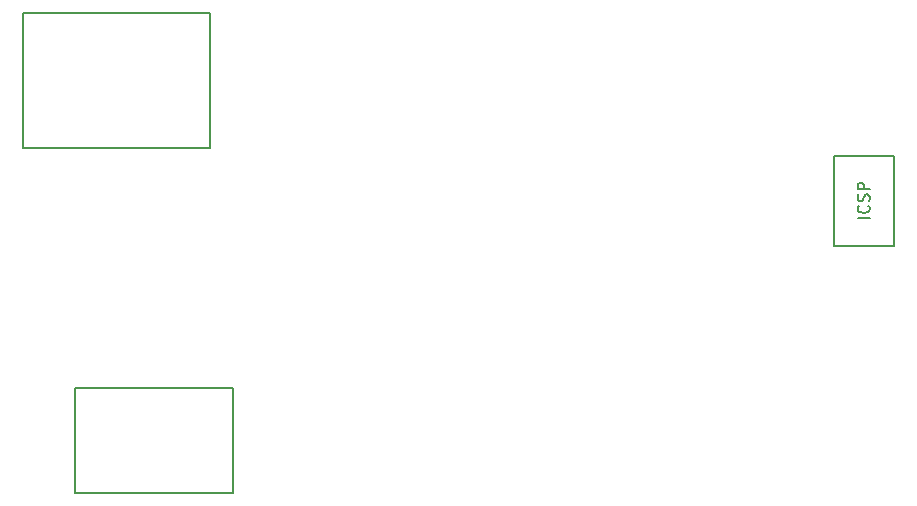
<source format=gbr>
%TF.GenerationSoftware,KiCad,Pcbnew,9.0.6+1*%
%TF.CreationDate,2025-12-15T08:06:45+00:00*%
%TF.ProjectId,dreh_shield,64726568-5f73-4686-9965-6c642e6b6963,0.1*%
%TF.SameCoordinates,Original*%
%TF.FileFunction,OtherDrawing,Comment*%
%FSLAX46Y46*%
G04 Gerber Fmt 4.6, Leading zero omitted, Abs format (unit mm)*
G04 Created by KiCad (PCBNEW 9.0.6+1) date 2025-12-15 08:06:45*
%MOMM*%
%LPD*%
G01*
G04 APERTURE LIST*
%ADD10C,0.150000*%
G04 APERTURE END LIST*
D10*
X98095000Y-96825000D02*
X98095000Y-87935000D01*
X111430000Y-96825000D02*
X98095000Y-96825000D01*
X162357000Y-68250000D02*
X167437000Y-68250000D01*
X167437000Y-75870000D01*
X162357000Y-75870000D01*
X162357000Y-68250000D01*
X98095000Y-87935000D02*
X111430000Y-87935000D01*
X93650000Y-67615000D02*
X93650000Y-56185000D01*
X111430000Y-87935000D02*
X111430000Y-96825000D01*
X109525000Y-56185000D02*
X109525000Y-67615000D01*
X93650000Y-56185000D02*
X109525000Y-56185000D01*
X109525000Y-67615000D02*
X93650000Y-67615000D01*
X165351819Y-73536189D02*
X164351819Y-73536189D01*
X165256580Y-72488571D02*
X165304200Y-72536190D01*
X165304200Y-72536190D02*
X165351819Y-72679047D01*
X165351819Y-72679047D02*
X165351819Y-72774285D01*
X165351819Y-72774285D02*
X165304200Y-72917142D01*
X165304200Y-72917142D02*
X165208961Y-73012380D01*
X165208961Y-73012380D02*
X165113723Y-73059999D01*
X165113723Y-73059999D02*
X164923247Y-73107618D01*
X164923247Y-73107618D02*
X164780390Y-73107618D01*
X164780390Y-73107618D02*
X164589914Y-73059999D01*
X164589914Y-73059999D02*
X164494676Y-73012380D01*
X164494676Y-73012380D02*
X164399438Y-72917142D01*
X164399438Y-72917142D02*
X164351819Y-72774285D01*
X164351819Y-72774285D02*
X164351819Y-72679047D01*
X164351819Y-72679047D02*
X164399438Y-72536190D01*
X164399438Y-72536190D02*
X164447057Y-72488571D01*
X165304200Y-72107618D02*
X165351819Y-71964761D01*
X165351819Y-71964761D02*
X165351819Y-71726666D01*
X165351819Y-71726666D02*
X165304200Y-71631428D01*
X165304200Y-71631428D02*
X165256580Y-71583809D01*
X165256580Y-71583809D02*
X165161342Y-71536190D01*
X165161342Y-71536190D02*
X165066104Y-71536190D01*
X165066104Y-71536190D02*
X164970866Y-71583809D01*
X164970866Y-71583809D02*
X164923247Y-71631428D01*
X164923247Y-71631428D02*
X164875628Y-71726666D01*
X164875628Y-71726666D02*
X164828009Y-71917142D01*
X164828009Y-71917142D02*
X164780390Y-72012380D01*
X164780390Y-72012380D02*
X164732771Y-72059999D01*
X164732771Y-72059999D02*
X164637533Y-72107618D01*
X164637533Y-72107618D02*
X164542295Y-72107618D01*
X164542295Y-72107618D02*
X164447057Y-72059999D01*
X164447057Y-72059999D02*
X164399438Y-72012380D01*
X164399438Y-72012380D02*
X164351819Y-71917142D01*
X164351819Y-71917142D02*
X164351819Y-71679047D01*
X164351819Y-71679047D02*
X164399438Y-71536190D01*
X165351819Y-71107618D02*
X164351819Y-71107618D01*
X164351819Y-71107618D02*
X164351819Y-70726666D01*
X164351819Y-70726666D02*
X164399438Y-70631428D01*
X164399438Y-70631428D02*
X164447057Y-70583809D01*
X164447057Y-70583809D02*
X164542295Y-70536190D01*
X164542295Y-70536190D02*
X164685152Y-70536190D01*
X164685152Y-70536190D02*
X164780390Y-70583809D01*
X164780390Y-70583809D02*
X164828009Y-70631428D01*
X164828009Y-70631428D02*
X164875628Y-70726666D01*
X164875628Y-70726666D02*
X164875628Y-71107618D01*
M02*

</source>
